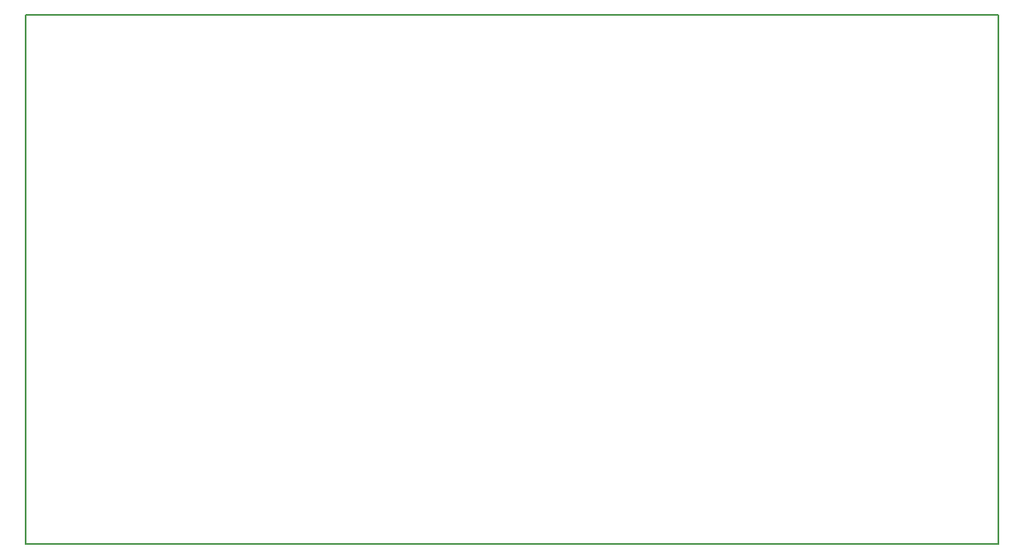
<source format=gbr>
G04 PROTEUS GERBER X2 FILE*
%TF.GenerationSoftware,Labcenter,Proteus,8.9-SP0-Build27865*%
%TF.CreationDate,2021-05-25T10:58:27+00:00*%
%TF.FileFunction,NonPlated,1,2,NPTH*%
%TF.FilePolarity,Positive*%
%TF.Part,Single*%
%TF.SameCoordinates,{7e8d9f27-8a4e-4830-a77b-d38f9a277b4e}*%
%FSLAX45Y45*%
%MOMM*%
G01*
%TA.AperFunction,Profile*%
%ADD16C,0.203200*%
%TD.AperFunction*%
D16*
X+30000Y-5810000D02*
X+9990000Y-5810000D01*
X+9990000Y-390000D01*
X+30000Y-390000D01*
X+30000Y-5810000D01*
M02*

</source>
